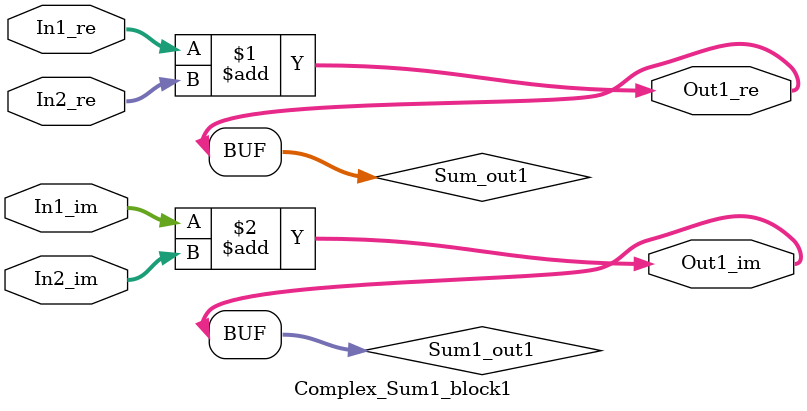
<source format=v>



`timescale 1 ns / 1 ns

module Complex_Sum1_block1
          (In1_re,
           In1_im,
           In2_re,
           In2_im,
           Out1_re,
           Out1_im);


  input   signed [36:0] In1_re;  // sfix37_En22
  input   signed [36:0] In1_im;  // sfix37_En22
  input   signed [36:0] In2_re;  // sfix37_En22
  input   signed [36:0] In2_im;  // sfix37_En22
  output  signed [36:0] Out1_re;  // sfix37_En22
  output  signed [36:0] Out1_im;  // sfix37_En22


  wire signed [36:0] Sum_out1;  // sfix37_En22
  wire signed [36:0] Sum1_out1;  // sfix37_En22


  assign Sum_out1 = In1_re + In2_re;



  assign Out1_re = Sum_out1;

  assign Sum1_out1 = In1_im + In2_im;



  assign Out1_im = Sum1_out1;

endmodule  // Complex_Sum1_block1


</source>
